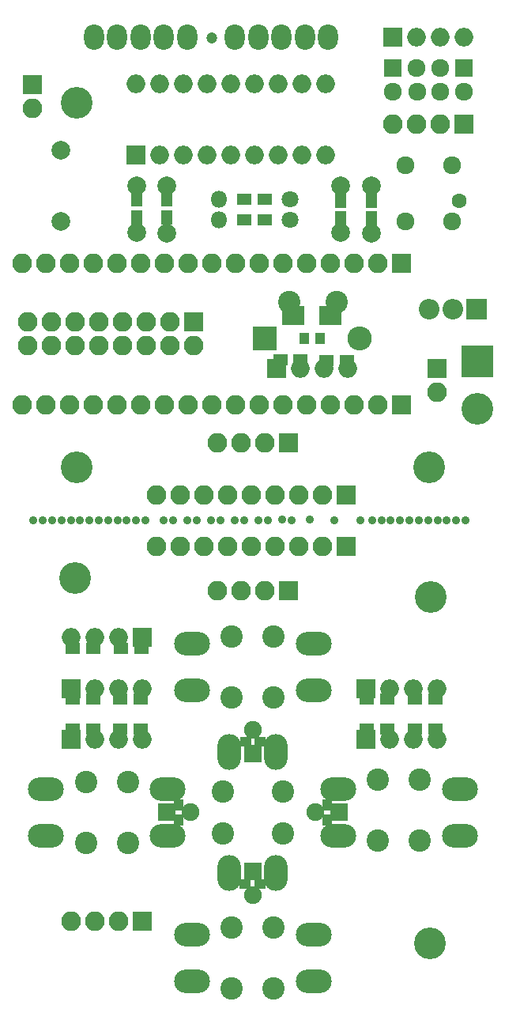
<source format=gts>
G04 #@! TF.FileFunction,Soldermask,Top*
%FSLAX45Y45*%
G04 Gerber Fmt 4.5, Leading zero omitted, Abs format (unit mm)*
G04 Created by KiCad (PCBNEW 4.0.6-e0-6349~53~ubuntu16.04.1) date Mon Apr 24 10:06:38 2017*
%MOMM*%
%LPD*%
G01*
G04 APERTURE LIST*
%ADD10C,0.020000*%
%ADD11C,1.200000*%
%ADD12C,1.600000*%
%ADD13R,2.000000X2.000000*%
%ADD14O,2.000000X2.000000*%
%ADD15C,0.900000*%
%ADD16R,1.200000X1.000000*%
%ADD17R,1.924000X1.924000*%
%ADD18C,1.924000*%
%ADD19R,1.900000X1.900000*%
%ADD20C,1.900000*%
%ADD21C,2.000200*%
%ADD22R,1.150000X1.600000*%
%ADD23R,2.600000X2.600000*%
%ADD24O,2.600000X2.600000*%
%ADD25R,1.000000X1.200000*%
%ADD26C,2.400000*%
%ADD27R,2.100000X2.100000*%
%ADD28O,2.100000X2.100000*%
%ADD29R,1.600000X1.300000*%
%ADD30C,1.800000*%
%ADD31O,1.800000X1.800000*%
%ADD32R,3.400000X3.400000*%
%ADD33C,3.400000*%
%ADD34C,2.000000*%
%ADD35R,2.400000X2.100000*%
%ADD36R,2.200000X2.200000*%
%ADD37O,2.200000X2.200000*%
%ADD38O,2.124000X2.710000*%
%ADD39O,3.833200X2.514400*%
%ADD40O,2.514400X3.833200*%
G04 APERTURE END LIST*
D10*
D11*
X12057888Y-3811524D03*
D12*
X14711680Y-5551424D03*
D13*
X11244580Y-5059680D03*
D14*
X13276580Y-4297680D03*
X11498580Y-5059680D03*
X13022580Y-4297680D03*
X11752580Y-5059680D03*
X12768580Y-4297680D03*
X12006580Y-5059680D03*
X12514580Y-4297680D03*
X12260580Y-5059680D03*
X12260580Y-4297680D03*
X12514580Y-5059680D03*
X12006580Y-4297680D03*
X12768580Y-5059680D03*
X11752580Y-4297680D03*
X13022580Y-5059680D03*
X11498580Y-4297680D03*
X13276580Y-5059680D03*
X11244580Y-4297680D03*
D15*
X14778154Y-8969756D03*
X14678154Y-8969756D03*
X14578154Y-8969756D03*
X14478154Y-8969756D03*
X14378154Y-8969756D03*
X14278154Y-8969756D03*
X14178154Y-8969756D03*
X14078154Y-8969756D03*
X13978154Y-8969756D03*
X13878154Y-8969756D03*
X13778154Y-8969756D03*
X11350000Y-8969756D03*
X11250000Y-8969756D03*
X13648944Y-8970264D03*
X13369798Y-8970264D03*
X12916154Y-8969756D03*
X12662154Y-8969756D03*
X12408154Y-8969756D03*
X12154154Y-8969756D03*
X11900154Y-8969756D03*
X13106908Y-8967978D03*
X12815316Y-8967216D03*
X12560808Y-8970264D03*
X12307824Y-8969502D03*
X12052808Y-8969248D03*
X11800840Y-8969756D03*
X11545062Y-8969502D03*
X11646154Y-8969756D03*
X11150000Y-8969756D03*
X11050000Y-8969756D03*
X10950000Y-8969756D03*
X10850000Y-8969756D03*
X10750000Y-8969756D03*
X10650000Y-8969756D03*
X10550000Y-8969756D03*
X10450000Y-8969756D03*
X10350000Y-8969756D03*
X10250000Y-8969756D03*
D16*
X12579848Y-12865100D03*
X12419848Y-12865100D03*
D17*
X14003020Y-4130040D03*
D18*
X14257020Y-4130040D03*
X14511020Y-4130040D03*
D17*
X14765020Y-4130040D03*
D18*
X14765020Y-4384040D03*
X14511020Y-4384040D03*
X14262100Y-4384040D03*
X14003020Y-4384040D03*
D19*
X13425600Y-12099544D03*
D20*
X13171600Y-12099544D03*
D19*
X11574400Y-12099544D03*
D20*
X11828400Y-12099544D03*
D21*
X10444480Y-5772404D03*
X10444480Y-5012436D03*
D22*
X11257026Y-5536180D03*
X11257026Y-5726180D03*
X11578336Y-5726180D03*
X11578336Y-5536180D03*
D23*
X12629388Y-7022592D03*
D24*
X13645388Y-7022592D03*
D25*
X13047308Y-7022592D03*
X13217308Y-7022592D03*
D26*
X13397484Y-6636004D03*
X12889484Y-6635004D03*
D27*
X10142220Y-4310380D03*
D28*
X10142220Y-4564380D03*
D19*
X12500000Y-11468100D03*
D20*
X12500000Y-11214100D03*
D16*
X12580864Y-11342624D03*
X12420864Y-11342624D03*
D25*
X11701780Y-12019544D03*
X11701780Y-12179544D03*
D19*
X12500000Y-12735560D03*
D20*
X12500000Y-12989560D03*
D25*
X13298600Y-12019544D03*
X13298600Y-12179544D03*
D29*
X13936236Y-11208512D03*
X13716236Y-11208512D03*
X11083272Y-10341356D03*
X11303272Y-10341356D03*
X10573748Y-10340848D03*
X10793748Y-10340848D03*
X10569176Y-10886948D03*
X10789176Y-10886948D03*
X10569176Y-11208512D03*
X10789176Y-11208512D03*
X11077684Y-10886948D03*
X11297684Y-10886948D03*
X11077684Y-11208512D03*
X11297684Y-11208512D03*
X13716236Y-10886948D03*
X13936236Y-10886948D03*
D30*
X12900660Y-5758180D03*
D31*
X12138660Y-5758180D03*
D29*
X12629660Y-5758180D03*
X12409660Y-5758180D03*
D30*
X12900660Y-5532120D03*
D31*
X12138660Y-5532120D03*
D29*
X12629660Y-5532120D03*
X12409660Y-5532120D03*
D27*
X11869420Y-6847840D03*
D28*
X11869420Y-7101840D03*
X11615420Y-6847840D03*
X11615420Y-7101840D03*
X11361420Y-6847840D03*
X11361420Y-7101840D03*
X11107420Y-6847840D03*
X11107420Y-7101840D03*
X10853420Y-6847840D03*
X10853420Y-7101840D03*
X10599420Y-6847840D03*
X10599420Y-7101840D03*
X10345420Y-6847840D03*
X10345420Y-7101840D03*
X10091420Y-6847840D03*
X10091420Y-7101840D03*
D27*
X11316716Y-13267980D03*
D28*
X11062716Y-13267980D03*
X10808716Y-13267980D03*
X10554716Y-13267980D03*
D27*
X14765528Y-4732020D03*
D28*
X14511528Y-4732020D03*
X14257528Y-4732020D03*
X14003528Y-4732020D03*
D27*
X12881000Y-9723120D03*
D28*
X12627000Y-9723120D03*
X12373000Y-9723120D03*
X12119000Y-9723120D03*
D27*
X12881000Y-8139176D03*
D28*
X12627000Y-8139176D03*
X12373000Y-8139176D03*
X12119000Y-8139176D03*
D32*
X14903196Y-7273290D03*
D33*
X14903196Y-7781290D03*
D34*
X11257026Y-5395214D03*
X11257026Y-5895214D03*
X11578336Y-5895340D03*
X11578336Y-5395340D03*
D35*
X13331800Y-6778244D03*
X12931800Y-6778244D03*
D13*
X11318748Y-10229088D03*
D14*
X11064748Y-10229088D03*
X10810748Y-10229088D03*
X10556748Y-10229088D03*
D13*
X13711428Y-11320272D03*
D14*
X13965428Y-11320272D03*
X14219428Y-11320272D03*
X14473428Y-11320272D03*
D13*
X10552176Y-10774680D03*
D14*
X10806176Y-10774680D03*
X11060176Y-10774680D03*
X11314176Y-10774680D03*
D13*
X10552176Y-11320272D03*
D14*
X10806176Y-11320272D03*
X11060176Y-11320272D03*
X11314176Y-11320272D03*
D13*
X13711428Y-10774680D03*
D14*
X13965428Y-10774680D03*
X14219428Y-10774680D03*
X14473428Y-10774680D03*
D29*
X14455920Y-11209020D03*
X14235920Y-11209020D03*
D33*
X14400306Y-13500608D03*
X10599660Y-9592310D03*
X14402540Y-9795764D03*
X10610850Y-8404860D03*
X14385798Y-8405622D03*
X10614660Y-4501896D03*
D15*
X10150094Y-8969756D03*
D13*
X13997940Y-3799840D03*
D14*
X14251940Y-3799840D03*
X14505940Y-3799840D03*
X14759940Y-3799840D03*
D29*
X14235920Y-10886948D03*
X14455920Y-10886948D03*
D34*
X13771880Y-5895340D03*
X13771880Y-5395340D03*
D22*
X13771880Y-5741420D03*
X13771880Y-5551420D03*
D34*
X13444220Y-5394960D03*
X13444220Y-5894960D03*
D22*
X13444220Y-5551420D03*
X13444220Y-5741420D03*
D27*
X14089380Y-7739380D03*
D28*
X13835380Y-7739380D03*
X13581380Y-7739380D03*
X13327380Y-7739380D03*
X13073380Y-7739380D03*
X12819380Y-7739380D03*
X12565380Y-7739380D03*
X12311380Y-7739380D03*
X12057380Y-7739380D03*
X11803380Y-7739380D03*
X11549380Y-7739380D03*
X11295380Y-7739380D03*
X11041380Y-7739380D03*
X10787380Y-7739380D03*
X10533380Y-7739380D03*
X10279380Y-7739380D03*
X10025380Y-7739380D03*
D27*
X14089380Y-6225032D03*
D28*
X13835380Y-6225032D03*
X13581380Y-6225032D03*
X13327380Y-6225032D03*
X13073380Y-6225032D03*
X12819380Y-6225032D03*
X12565380Y-6225032D03*
X12311380Y-6225032D03*
X12057380Y-6225032D03*
X11803380Y-6225032D03*
X11549380Y-6225032D03*
X11295380Y-6225032D03*
X11041380Y-6225032D03*
X10787380Y-6225032D03*
X10533380Y-6225032D03*
X10279380Y-6225032D03*
X10025380Y-6225032D03*
D36*
X14897608Y-6711188D03*
D37*
X14643608Y-6711188D03*
X14389608Y-6711188D03*
D27*
X13500000Y-8700000D03*
D28*
X13246000Y-8700000D03*
X12992000Y-8700000D03*
X12738000Y-8700000D03*
X12484000Y-8700000D03*
X12230000Y-8700000D03*
X11976000Y-8700000D03*
X11722000Y-8700000D03*
X11468000Y-8700000D03*
D27*
X13500000Y-9250000D03*
D28*
X13246000Y-9250000D03*
X12992000Y-9250000D03*
X12738000Y-9250000D03*
X12484000Y-9250000D03*
X12230000Y-9250000D03*
X11976000Y-9250000D03*
X11722000Y-9250000D03*
X11468000Y-9250000D03*
D13*
X12758928Y-7350252D03*
D14*
X13012928Y-7350252D03*
X13266928Y-7350252D03*
X13520928Y-7350252D03*
D29*
X12792946Y-7257796D03*
X13012946Y-7257796D03*
X13289516Y-7259828D03*
X13509516Y-7259828D03*
D27*
X14470380Y-7349490D03*
D28*
X14470380Y-7603490D03*
D38*
X11297920Y-3799840D03*
X11547920Y-3799840D03*
X11797920Y-3799840D03*
X10797920Y-3799840D03*
X11047920Y-3799840D03*
X12806680Y-3799840D03*
X13056680Y-3799840D03*
X13306680Y-3799840D03*
X12306680Y-3799840D03*
X12556680Y-3799840D03*
D18*
X14635480Y-5773140D03*
X14132560Y-5773140D03*
X14132560Y-5168620D03*
X14635480Y-5168620D03*
D39*
X11850356Y-10294556D03*
X11850356Y-10794556D03*
X13150356Y-10794556D03*
X13150356Y-10294556D03*
X14714996Y-12348020D03*
X14714996Y-11848020D03*
X13414996Y-11848020D03*
X13414996Y-12348020D03*
X11850356Y-13412660D03*
X11850356Y-13912660D03*
X13150356Y-13912660D03*
X13150356Y-13412660D03*
D40*
X12750000Y-11449544D03*
X12250000Y-11449544D03*
X12250000Y-12749544D03*
X12750000Y-12749544D03*
D39*
X10285716Y-11850814D03*
X10285716Y-12350814D03*
X11585716Y-12350814D03*
X11585716Y-11850814D03*
D26*
X12175000Y-12324544D03*
X12175000Y-11874544D03*
X12825000Y-12324544D03*
X12825000Y-11874544D03*
X12725000Y-13985120D03*
X12275000Y-13985120D03*
X12725000Y-13335120D03*
X12275000Y-13335120D03*
X13839600Y-11749540D03*
X14289600Y-11749540D03*
X13839600Y-12399540D03*
X14289600Y-12399540D03*
X11160400Y-12424544D03*
X10710400Y-12424544D03*
X11160400Y-11774544D03*
X10710400Y-11774544D03*
X12725000Y-10871080D03*
X12275000Y-10871080D03*
X12725000Y-10221080D03*
X12275000Y-10221080D03*
M02*

</source>
